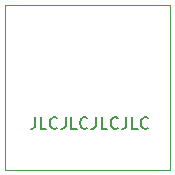
<source format=gbr>
G04 #@! TF.GenerationSoftware,KiCad,Pcbnew,(5.1.5)-3*
G04 #@! TF.CreationDate,2020-12-03T22:55:38+01:00*
G04 #@! TF.ProjectId,Switch board,53776974-6368-4206-926f-6172642e6b69,rev?*
G04 #@! TF.SameCoordinates,Original*
G04 #@! TF.FileFunction,Legend,Top*
G04 #@! TF.FilePolarity,Positive*
%FSLAX46Y46*%
G04 Gerber Fmt 4.6, Leading zero omitted, Abs format (unit mm)*
G04 Created by KiCad (PCBNEW (5.1.5)-3) date 2020-12-03 22:55:38*
%MOMM*%
%LPD*%
G04 APERTURE LIST*
%ADD10C,0.150000*%
%ADD11C,0.120000*%
G04 APERTURE END LIST*
D10*
X28880952Y-35202380D02*
X28880952Y-35916666D01*
X28833333Y-36059523D01*
X28738095Y-36154761D01*
X28595238Y-36202380D01*
X28500000Y-36202380D01*
X29833333Y-36202380D02*
X29357142Y-36202380D01*
X29357142Y-35202380D01*
X30738095Y-36107142D02*
X30690476Y-36154761D01*
X30547619Y-36202380D01*
X30452380Y-36202380D01*
X30309523Y-36154761D01*
X30214285Y-36059523D01*
X30166666Y-35964285D01*
X30119047Y-35773809D01*
X30119047Y-35630952D01*
X30166666Y-35440476D01*
X30214285Y-35345238D01*
X30309523Y-35250000D01*
X30452380Y-35202380D01*
X30547619Y-35202380D01*
X30690476Y-35250000D01*
X30738095Y-35297619D01*
X31452380Y-35202380D02*
X31452380Y-35916666D01*
X31404761Y-36059523D01*
X31309523Y-36154761D01*
X31166666Y-36202380D01*
X31071428Y-36202380D01*
X32404761Y-36202380D02*
X31928571Y-36202380D01*
X31928571Y-35202380D01*
X33309523Y-36107142D02*
X33261904Y-36154761D01*
X33119047Y-36202380D01*
X33023809Y-36202380D01*
X32880952Y-36154761D01*
X32785714Y-36059523D01*
X32738095Y-35964285D01*
X32690476Y-35773809D01*
X32690476Y-35630952D01*
X32738095Y-35440476D01*
X32785714Y-35345238D01*
X32880952Y-35250000D01*
X33023809Y-35202380D01*
X33119047Y-35202380D01*
X33261904Y-35250000D01*
X33309523Y-35297619D01*
X34023809Y-35202380D02*
X34023809Y-35916666D01*
X33976190Y-36059523D01*
X33880952Y-36154761D01*
X33738095Y-36202380D01*
X33642857Y-36202380D01*
X34976190Y-36202380D02*
X34500000Y-36202380D01*
X34500000Y-35202380D01*
X35880952Y-36107142D02*
X35833333Y-36154761D01*
X35690476Y-36202380D01*
X35595238Y-36202380D01*
X35452380Y-36154761D01*
X35357142Y-36059523D01*
X35309523Y-35964285D01*
X35261904Y-35773809D01*
X35261904Y-35630952D01*
X35309523Y-35440476D01*
X35357142Y-35345238D01*
X35452380Y-35250000D01*
X35595238Y-35202380D01*
X35690476Y-35202380D01*
X35833333Y-35250000D01*
X35880952Y-35297619D01*
X36595238Y-35202380D02*
X36595238Y-35916666D01*
X36547619Y-36059523D01*
X36452380Y-36154761D01*
X36309523Y-36202380D01*
X36214285Y-36202380D01*
X37547619Y-36202380D02*
X37071428Y-36202380D01*
X37071428Y-35202380D01*
X38452380Y-36107142D02*
X38404761Y-36154761D01*
X38261904Y-36202380D01*
X38166666Y-36202380D01*
X38023809Y-36154761D01*
X37928571Y-36059523D01*
X37880952Y-35964285D01*
X37833333Y-35773809D01*
X37833333Y-35630952D01*
X37880952Y-35440476D01*
X37928571Y-35345238D01*
X38023809Y-35250000D01*
X38166666Y-35202380D01*
X38261904Y-35202380D01*
X38404761Y-35250000D01*
X38452380Y-35297619D01*
D11*
X26315001Y-25715001D02*
X40285001Y-25715001D01*
X40285001Y-25715001D02*
X40285001Y-39685001D01*
X40285001Y-39685001D02*
X26315001Y-39685001D01*
X26315001Y-39685001D02*
X26315001Y-25715001D01*
M02*

</source>
